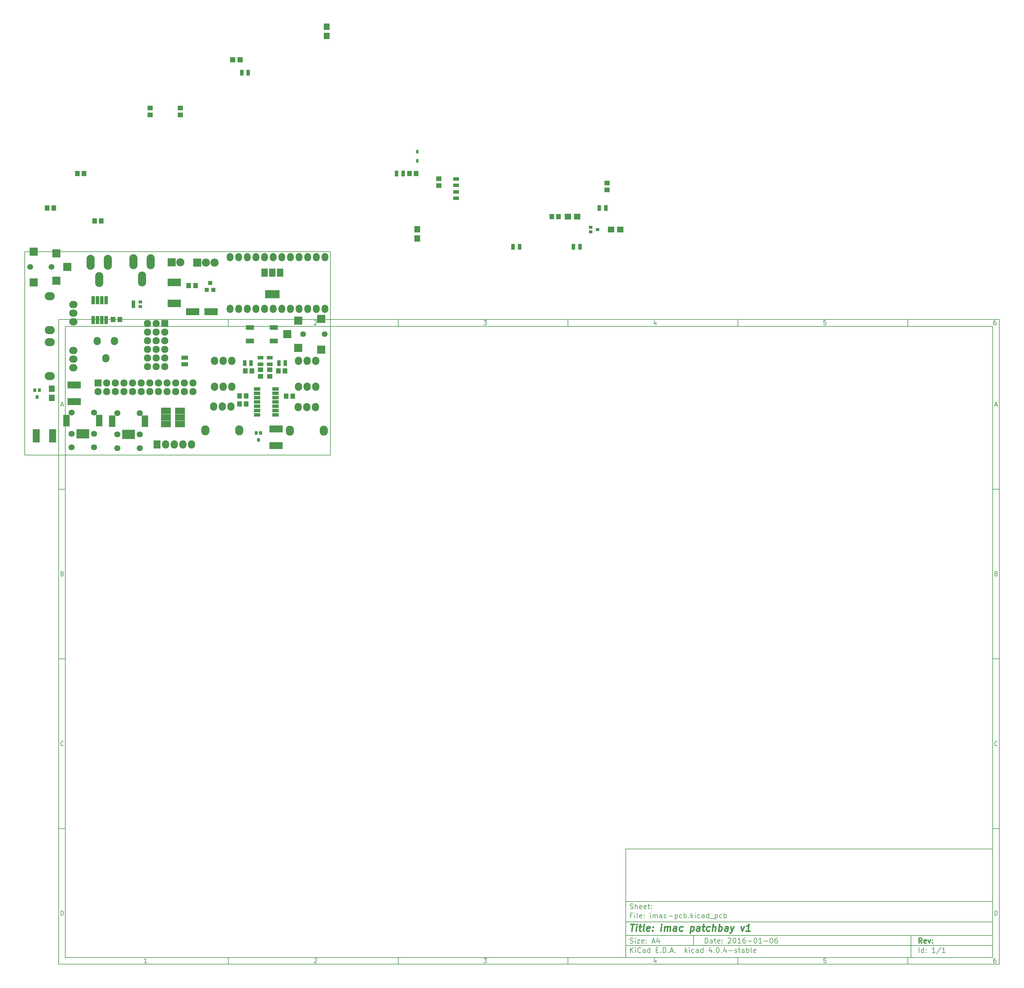
<source format=gts>
G04 #@! TF.FileFunction,Soldermask,Top*
%FSLAX46Y46*%
G04 Gerber Fmt 4.6, Leading zero omitted, Abs format (unit mm)*
G04 Created by KiCad (PCBNEW 4.0.4-stable) date 2017 January 14, Saturday 18:24:41*
%MOMM*%
%LPD*%
G01*
G04 APERTURE LIST*
%ADD10C,0.100000*%
%ADD11C,0.150000*%
%ADD12C,0.300000*%
%ADD13C,0.400000*%
%ADD14R,1.400000X1.650000*%
%ADD15R,1.650000X1.400000*%
%ADD16R,3.900000X2.000000*%
%ADD17R,1.600000X1.600000*%
%ADD18R,2.127200X2.127200*%
%ADD19O,2.127200X2.127200*%
%ADD20R,2.127200X2.432000*%
%ADD21O,2.127200X2.432000*%
%ADD22R,0.857200X1.111200*%
%ADD23R,1.200000X1.300000*%
%ADD24R,1.111200X0.857200*%
%ADD25R,2.000000X3.900000*%
%ADD26R,1.900000X1.000000*%
%ADD27R,1.060400X0.806400*%
%ADD28R,0.798780X1.149300*%
%ADD29R,0.803000X1.110000*%
%ADD30R,2.400000X2.400000*%
%ADD31C,1.700000*%
%ADD32C,1.800000*%
%ADD33R,1.900000X3.400000*%
%ADD34R,3.700000X2.700000*%
%ADD35R,2.398980X2.398980*%
%ADD36O,2.398980X2.398980*%
%ADD37R,3.900000X2.200000*%
%ADD38R,1.100000X1.700000*%
%ADD39R,1.700000X1.900000*%
%ADD40R,1.700000X1.100000*%
%ADD41R,1.900000X1.700000*%
%ADD42R,2.400000X1.400000*%
%ADD43O,2.000000X2.400000*%
%ADD44R,4.200000X2.400000*%
%ADD45R,1.900000X2.400000*%
%ADD46O,2.940000X2.400000*%
%ADD47O,2.432000X2.127200*%
%ADD48O,2.400000X2.940000*%
%ADD49O,2.400000X4.400000*%
%ADD50R,2.900000X1.900000*%
%ADD51R,1.000000X2.400000*%
G04 APERTURE END LIST*
D10*
D11*
X177002200Y-116007200D02*
X177002200Y-148007200D01*
X285002200Y-148007200D01*
X285002200Y-116007200D01*
X177002200Y-116007200D01*
D10*
D11*
X10000000Y40000000D02*
X10000000Y-150007200D01*
X287002200Y-150007200D01*
X287002200Y40000000D01*
X10000000Y40000000D01*
D10*
D11*
X12000000Y38000000D02*
X12000000Y-148007200D01*
X285002200Y-148007200D01*
X285002200Y38000000D01*
X12000000Y38000000D01*
D10*
D11*
X60000000Y38000000D02*
X60000000Y40000000D01*
D10*
D11*
X110000000Y38000000D02*
X110000000Y40000000D01*
D10*
D11*
X160000000Y38000000D02*
X160000000Y40000000D01*
D10*
D11*
X210000000Y38000000D02*
X210000000Y40000000D01*
D10*
D11*
X260000000Y38000000D02*
X260000000Y40000000D01*
D10*
D11*
X35990476Y38411905D02*
X35247619Y38411905D01*
X35619048Y38411905D02*
X35619048Y39711905D01*
X35495238Y39526190D01*
X35371429Y39402381D01*
X35247619Y39340476D01*
D10*
D11*
X85247619Y39588095D02*
X85309524Y39650000D01*
X85433333Y39711905D01*
X85742857Y39711905D01*
X85866667Y39650000D01*
X85928571Y39588095D01*
X85990476Y39464286D01*
X85990476Y39340476D01*
X85928571Y39154762D01*
X85185714Y38411905D01*
X85990476Y38411905D01*
D10*
D11*
X135185714Y39711905D02*
X135990476Y39711905D01*
X135557143Y39216667D01*
X135742857Y39216667D01*
X135866667Y39154762D01*
X135928571Y39092857D01*
X135990476Y38969048D01*
X135990476Y38659524D01*
X135928571Y38535714D01*
X135866667Y38473810D01*
X135742857Y38411905D01*
X135371429Y38411905D01*
X135247619Y38473810D01*
X135185714Y38535714D01*
D10*
D11*
X185866667Y39278571D02*
X185866667Y38411905D01*
X185557143Y39773810D02*
X185247619Y38845238D01*
X186052381Y38845238D01*
D10*
D11*
X235928571Y39711905D02*
X235309524Y39711905D01*
X235247619Y39092857D01*
X235309524Y39154762D01*
X235433333Y39216667D01*
X235742857Y39216667D01*
X235866667Y39154762D01*
X235928571Y39092857D01*
X235990476Y38969048D01*
X235990476Y38659524D01*
X235928571Y38535714D01*
X235866667Y38473810D01*
X235742857Y38411905D01*
X235433333Y38411905D01*
X235309524Y38473810D01*
X235247619Y38535714D01*
D10*
D11*
X285866667Y39711905D02*
X285619048Y39711905D01*
X285495238Y39650000D01*
X285433333Y39588095D01*
X285309524Y39402381D01*
X285247619Y39154762D01*
X285247619Y38659524D01*
X285309524Y38535714D01*
X285371429Y38473810D01*
X285495238Y38411905D01*
X285742857Y38411905D01*
X285866667Y38473810D01*
X285928571Y38535714D01*
X285990476Y38659524D01*
X285990476Y38969048D01*
X285928571Y39092857D01*
X285866667Y39154762D01*
X285742857Y39216667D01*
X285495238Y39216667D01*
X285371429Y39154762D01*
X285309524Y39092857D01*
X285247619Y38969048D01*
D10*
D11*
X60000000Y-148007200D02*
X60000000Y-150007200D01*
D10*
D11*
X110000000Y-148007200D02*
X110000000Y-150007200D01*
D10*
D11*
X160000000Y-148007200D02*
X160000000Y-150007200D01*
D10*
D11*
X210000000Y-148007200D02*
X210000000Y-150007200D01*
D10*
D11*
X260000000Y-148007200D02*
X260000000Y-150007200D01*
D10*
D11*
X35990476Y-149595295D02*
X35247619Y-149595295D01*
X35619048Y-149595295D02*
X35619048Y-148295295D01*
X35495238Y-148481010D01*
X35371429Y-148604819D01*
X35247619Y-148666724D01*
D10*
D11*
X85247619Y-148419105D02*
X85309524Y-148357200D01*
X85433333Y-148295295D01*
X85742857Y-148295295D01*
X85866667Y-148357200D01*
X85928571Y-148419105D01*
X85990476Y-148542914D01*
X85990476Y-148666724D01*
X85928571Y-148852438D01*
X85185714Y-149595295D01*
X85990476Y-149595295D01*
D10*
D11*
X135185714Y-148295295D02*
X135990476Y-148295295D01*
X135557143Y-148790533D01*
X135742857Y-148790533D01*
X135866667Y-148852438D01*
X135928571Y-148914343D01*
X135990476Y-149038152D01*
X135990476Y-149347676D01*
X135928571Y-149471486D01*
X135866667Y-149533390D01*
X135742857Y-149595295D01*
X135371429Y-149595295D01*
X135247619Y-149533390D01*
X135185714Y-149471486D01*
D10*
D11*
X185866667Y-148728629D02*
X185866667Y-149595295D01*
X185557143Y-148233390D02*
X185247619Y-149161962D01*
X186052381Y-149161962D01*
D10*
D11*
X235928571Y-148295295D02*
X235309524Y-148295295D01*
X235247619Y-148914343D01*
X235309524Y-148852438D01*
X235433333Y-148790533D01*
X235742857Y-148790533D01*
X235866667Y-148852438D01*
X235928571Y-148914343D01*
X235990476Y-149038152D01*
X235990476Y-149347676D01*
X235928571Y-149471486D01*
X235866667Y-149533390D01*
X235742857Y-149595295D01*
X235433333Y-149595295D01*
X235309524Y-149533390D01*
X235247619Y-149471486D01*
D10*
D11*
X285866667Y-148295295D02*
X285619048Y-148295295D01*
X285495238Y-148357200D01*
X285433333Y-148419105D01*
X285309524Y-148604819D01*
X285247619Y-148852438D01*
X285247619Y-149347676D01*
X285309524Y-149471486D01*
X285371429Y-149533390D01*
X285495238Y-149595295D01*
X285742857Y-149595295D01*
X285866667Y-149533390D01*
X285928571Y-149471486D01*
X285990476Y-149347676D01*
X285990476Y-149038152D01*
X285928571Y-148914343D01*
X285866667Y-148852438D01*
X285742857Y-148790533D01*
X285495238Y-148790533D01*
X285371429Y-148852438D01*
X285309524Y-148914343D01*
X285247619Y-149038152D01*
D10*
D11*
X10000000Y-10000000D02*
X12000000Y-10000000D01*
D10*
D11*
X10000000Y-60000000D02*
X12000000Y-60000000D01*
D10*
D11*
X10000000Y-110000000D02*
X12000000Y-110000000D01*
D10*
D11*
X10690476Y14783333D02*
X11309524Y14783333D01*
X10566667Y14411905D02*
X11000000Y15711905D01*
X11433333Y14411905D01*
D10*
D11*
X11092857Y-34907143D02*
X11278571Y-34969048D01*
X11340476Y-35030952D01*
X11402381Y-35154762D01*
X11402381Y-35340476D01*
X11340476Y-35464286D01*
X11278571Y-35526190D01*
X11154762Y-35588095D01*
X10659524Y-35588095D01*
X10659524Y-34288095D01*
X11092857Y-34288095D01*
X11216667Y-34350000D01*
X11278571Y-34411905D01*
X11340476Y-34535714D01*
X11340476Y-34659524D01*
X11278571Y-34783333D01*
X11216667Y-34845238D01*
X11092857Y-34907143D01*
X10659524Y-34907143D01*
D10*
D11*
X11402381Y-85464286D02*
X11340476Y-85526190D01*
X11154762Y-85588095D01*
X11030952Y-85588095D01*
X10845238Y-85526190D01*
X10721429Y-85402381D01*
X10659524Y-85278571D01*
X10597619Y-85030952D01*
X10597619Y-84845238D01*
X10659524Y-84597619D01*
X10721429Y-84473810D01*
X10845238Y-84350000D01*
X11030952Y-84288095D01*
X11154762Y-84288095D01*
X11340476Y-84350000D01*
X11402381Y-84411905D01*
D10*
D11*
X10659524Y-135588095D02*
X10659524Y-134288095D01*
X10969048Y-134288095D01*
X11154762Y-134350000D01*
X11278571Y-134473810D01*
X11340476Y-134597619D01*
X11402381Y-134845238D01*
X11402381Y-135030952D01*
X11340476Y-135278571D01*
X11278571Y-135402381D01*
X11154762Y-135526190D01*
X10969048Y-135588095D01*
X10659524Y-135588095D01*
D10*
D11*
X287002200Y-10000000D02*
X285002200Y-10000000D01*
D10*
D11*
X287002200Y-60000000D02*
X285002200Y-60000000D01*
D10*
D11*
X287002200Y-110000000D02*
X285002200Y-110000000D01*
D10*
D11*
X285692676Y14783333D02*
X286311724Y14783333D01*
X285568867Y14411905D02*
X286002200Y15711905D01*
X286435533Y14411905D01*
D10*
D11*
X286095057Y-34907143D02*
X286280771Y-34969048D01*
X286342676Y-35030952D01*
X286404581Y-35154762D01*
X286404581Y-35340476D01*
X286342676Y-35464286D01*
X286280771Y-35526190D01*
X286156962Y-35588095D01*
X285661724Y-35588095D01*
X285661724Y-34288095D01*
X286095057Y-34288095D01*
X286218867Y-34350000D01*
X286280771Y-34411905D01*
X286342676Y-34535714D01*
X286342676Y-34659524D01*
X286280771Y-34783333D01*
X286218867Y-34845238D01*
X286095057Y-34907143D01*
X285661724Y-34907143D01*
D10*
D11*
X286404581Y-85464286D02*
X286342676Y-85526190D01*
X286156962Y-85588095D01*
X286033152Y-85588095D01*
X285847438Y-85526190D01*
X285723629Y-85402381D01*
X285661724Y-85278571D01*
X285599819Y-85030952D01*
X285599819Y-84845238D01*
X285661724Y-84597619D01*
X285723629Y-84473810D01*
X285847438Y-84350000D01*
X286033152Y-84288095D01*
X286156962Y-84288095D01*
X286342676Y-84350000D01*
X286404581Y-84411905D01*
D10*
D11*
X285661724Y-135588095D02*
X285661724Y-134288095D01*
X285971248Y-134288095D01*
X286156962Y-134350000D01*
X286280771Y-134473810D01*
X286342676Y-134597619D01*
X286404581Y-134845238D01*
X286404581Y-135030952D01*
X286342676Y-135278571D01*
X286280771Y-135402381D01*
X286156962Y-135526190D01*
X285971248Y-135588095D01*
X285661724Y-135588095D01*
D10*
D11*
X200359343Y-143785771D02*
X200359343Y-142285771D01*
X200716486Y-142285771D01*
X200930771Y-142357200D01*
X201073629Y-142500057D01*
X201145057Y-142642914D01*
X201216486Y-142928629D01*
X201216486Y-143142914D01*
X201145057Y-143428629D01*
X201073629Y-143571486D01*
X200930771Y-143714343D01*
X200716486Y-143785771D01*
X200359343Y-143785771D01*
X202502200Y-143785771D02*
X202502200Y-143000057D01*
X202430771Y-142857200D01*
X202287914Y-142785771D01*
X202002200Y-142785771D01*
X201859343Y-142857200D01*
X202502200Y-143714343D02*
X202359343Y-143785771D01*
X202002200Y-143785771D01*
X201859343Y-143714343D01*
X201787914Y-143571486D01*
X201787914Y-143428629D01*
X201859343Y-143285771D01*
X202002200Y-143214343D01*
X202359343Y-143214343D01*
X202502200Y-143142914D01*
X203002200Y-142785771D02*
X203573629Y-142785771D01*
X203216486Y-142285771D02*
X203216486Y-143571486D01*
X203287914Y-143714343D01*
X203430772Y-143785771D01*
X203573629Y-143785771D01*
X204645057Y-143714343D02*
X204502200Y-143785771D01*
X204216486Y-143785771D01*
X204073629Y-143714343D01*
X204002200Y-143571486D01*
X204002200Y-143000057D01*
X204073629Y-142857200D01*
X204216486Y-142785771D01*
X204502200Y-142785771D01*
X204645057Y-142857200D01*
X204716486Y-143000057D01*
X204716486Y-143142914D01*
X204002200Y-143285771D01*
X205359343Y-143642914D02*
X205430771Y-143714343D01*
X205359343Y-143785771D01*
X205287914Y-143714343D01*
X205359343Y-143642914D01*
X205359343Y-143785771D01*
X205359343Y-142857200D02*
X205430771Y-142928629D01*
X205359343Y-143000057D01*
X205287914Y-142928629D01*
X205359343Y-142857200D01*
X205359343Y-143000057D01*
X207145057Y-142428629D02*
X207216486Y-142357200D01*
X207359343Y-142285771D01*
X207716486Y-142285771D01*
X207859343Y-142357200D01*
X207930772Y-142428629D01*
X208002200Y-142571486D01*
X208002200Y-142714343D01*
X207930772Y-142928629D01*
X207073629Y-143785771D01*
X208002200Y-143785771D01*
X208930771Y-142285771D02*
X209073628Y-142285771D01*
X209216485Y-142357200D01*
X209287914Y-142428629D01*
X209359343Y-142571486D01*
X209430771Y-142857200D01*
X209430771Y-143214343D01*
X209359343Y-143500057D01*
X209287914Y-143642914D01*
X209216485Y-143714343D01*
X209073628Y-143785771D01*
X208930771Y-143785771D01*
X208787914Y-143714343D01*
X208716485Y-143642914D01*
X208645057Y-143500057D01*
X208573628Y-143214343D01*
X208573628Y-142857200D01*
X208645057Y-142571486D01*
X208716485Y-142428629D01*
X208787914Y-142357200D01*
X208930771Y-142285771D01*
X210859342Y-143785771D02*
X210002199Y-143785771D01*
X210430771Y-143785771D02*
X210430771Y-142285771D01*
X210287914Y-142500057D01*
X210145056Y-142642914D01*
X210002199Y-142714343D01*
X212145056Y-142285771D02*
X211859342Y-142285771D01*
X211716485Y-142357200D01*
X211645056Y-142428629D01*
X211502199Y-142642914D01*
X211430770Y-142928629D01*
X211430770Y-143500057D01*
X211502199Y-143642914D01*
X211573627Y-143714343D01*
X211716485Y-143785771D01*
X212002199Y-143785771D01*
X212145056Y-143714343D01*
X212216485Y-143642914D01*
X212287913Y-143500057D01*
X212287913Y-143142914D01*
X212216485Y-143000057D01*
X212145056Y-142928629D01*
X212002199Y-142857200D01*
X211716485Y-142857200D01*
X211573627Y-142928629D01*
X211502199Y-143000057D01*
X211430770Y-143142914D01*
X212930770Y-143214343D02*
X214073627Y-143214343D01*
X215073627Y-142285771D02*
X215216484Y-142285771D01*
X215359341Y-142357200D01*
X215430770Y-142428629D01*
X215502199Y-142571486D01*
X215573627Y-142857200D01*
X215573627Y-143214343D01*
X215502199Y-143500057D01*
X215430770Y-143642914D01*
X215359341Y-143714343D01*
X215216484Y-143785771D01*
X215073627Y-143785771D01*
X214930770Y-143714343D01*
X214859341Y-143642914D01*
X214787913Y-143500057D01*
X214716484Y-143214343D01*
X214716484Y-142857200D01*
X214787913Y-142571486D01*
X214859341Y-142428629D01*
X214930770Y-142357200D01*
X215073627Y-142285771D01*
X217002198Y-143785771D02*
X216145055Y-143785771D01*
X216573627Y-143785771D02*
X216573627Y-142285771D01*
X216430770Y-142500057D01*
X216287912Y-142642914D01*
X216145055Y-142714343D01*
X217645055Y-143214343D02*
X218787912Y-143214343D01*
X219787912Y-142285771D02*
X219930769Y-142285771D01*
X220073626Y-142357200D01*
X220145055Y-142428629D01*
X220216484Y-142571486D01*
X220287912Y-142857200D01*
X220287912Y-143214343D01*
X220216484Y-143500057D01*
X220145055Y-143642914D01*
X220073626Y-143714343D01*
X219930769Y-143785771D01*
X219787912Y-143785771D01*
X219645055Y-143714343D01*
X219573626Y-143642914D01*
X219502198Y-143500057D01*
X219430769Y-143214343D01*
X219430769Y-142857200D01*
X219502198Y-142571486D01*
X219573626Y-142428629D01*
X219645055Y-142357200D01*
X219787912Y-142285771D01*
X221573626Y-142285771D02*
X221287912Y-142285771D01*
X221145055Y-142357200D01*
X221073626Y-142428629D01*
X220930769Y-142642914D01*
X220859340Y-142928629D01*
X220859340Y-143500057D01*
X220930769Y-143642914D01*
X221002197Y-143714343D01*
X221145055Y-143785771D01*
X221430769Y-143785771D01*
X221573626Y-143714343D01*
X221645055Y-143642914D01*
X221716483Y-143500057D01*
X221716483Y-143142914D01*
X221645055Y-143000057D01*
X221573626Y-142928629D01*
X221430769Y-142857200D01*
X221145055Y-142857200D01*
X221002197Y-142928629D01*
X220930769Y-143000057D01*
X220859340Y-143142914D01*
D10*
D11*
X177002200Y-144507200D02*
X285002200Y-144507200D01*
D10*
D11*
X178359343Y-146585771D02*
X178359343Y-145085771D01*
X179216486Y-146585771D02*
X178573629Y-145728629D01*
X179216486Y-145085771D02*
X178359343Y-145942914D01*
X179859343Y-146585771D02*
X179859343Y-145585771D01*
X179859343Y-145085771D02*
X179787914Y-145157200D01*
X179859343Y-145228629D01*
X179930771Y-145157200D01*
X179859343Y-145085771D01*
X179859343Y-145228629D01*
X181430772Y-146442914D02*
X181359343Y-146514343D01*
X181145057Y-146585771D01*
X181002200Y-146585771D01*
X180787915Y-146514343D01*
X180645057Y-146371486D01*
X180573629Y-146228629D01*
X180502200Y-145942914D01*
X180502200Y-145728629D01*
X180573629Y-145442914D01*
X180645057Y-145300057D01*
X180787915Y-145157200D01*
X181002200Y-145085771D01*
X181145057Y-145085771D01*
X181359343Y-145157200D01*
X181430772Y-145228629D01*
X182716486Y-146585771D02*
X182716486Y-145800057D01*
X182645057Y-145657200D01*
X182502200Y-145585771D01*
X182216486Y-145585771D01*
X182073629Y-145657200D01*
X182716486Y-146514343D02*
X182573629Y-146585771D01*
X182216486Y-146585771D01*
X182073629Y-146514343D01*
X182002200Y-146371486D01*
X182002200Y-146228629D01*
X182073629Y-146085771D01*
X182216486Y-146014343D01*
X182573629Y-146014343D01*
X182716486Y-145942914D01*
X184073629Y-146585771D02*
X184073629Y-145085771D01*
X184073629Y-146514343D02*
X183930772Y-146585771D01*
X183645058Y-146585771D01*
X183502200Y-146514343D01*
X183430772Y-146442914D01*
X183359343Y-146300057D01*
X183359343Y-145871486D01*
X183430772Y-145728629D01*
X183502200Y-145657200D01*
X183645058Y-145585771D01*
X183930772Y-145585771D01*
X184073629Y-145657200D01*
X185930772Y-145800057D02*
X186430772Y-145800057D01*
X186645058Y-146585771D02*
X185930772Y-146585771D01*
X185930772Y-145085771D01*
X186645058Y-145085771D01*
X187287915Y-146442914D02*
X187359343Y-146514343D01*
X187287915Y-146585771D01*
X187216486Y-146514343D01*
X187287915Y-146442914D01*
X187287915Y-146585771D01*
X188002201Y-146585771D02*
X188002201Y-145085771D01*
X188359344Y-145085771D01*
X188573629Y-145157200D01*
X188716487Y-145300057D01*
X188787915Y-145442914D01*
X188859344Y-145728629D01*
X188859344Y-145942914D01*
X188787915Y-146228629D01*
X188716487Y-146371486D01*
X188573629Y-146514343D01*
X188359344Y-146585771D01*
X188002201Y-146585771D01*
X189502201Y-146442914D02*
X189573629Y-146514343D01*
X189502201Y-146585771D01*
X189430772Y-146514343D01*
X189502201Y-146442914D01*
X189502201Y-146585771D01*
X190145058Y-146157200D02*
X190859344Y-146157200D01*
X190002201Y-146585771D02*
X190502201Y-145085771D01*
X191002201Y-146585771D01*
X191502201Y-146442914D02*
X191573629Y-146514343D01*
X191502201Y-146585771D01*
X191430772Y-146514343D01*
X191502201Y-146442914D01*
X191502201Y-146585771D01*
X194502201Y-146585771D02*
X194502201Y-145085771D01*
X194645058Y-146014343D02*
X195073629Y-146585771D01*
X195073629Y-145585771D02*
X194502201Y-146157200D01*
X195716487Y-146585771D02*
X195716487Y-145585771D01*
X195716487Y-145085771D02*
X195645058Y-145157200D01*
X195716487Y-145228629D01*
X195787915Y-145157200D01*
X195716487Y-145085771D01*
X195716487Y-145228629D01*
X197073630Y-146514343D02*
X196930773Y-146585771D01*
X196645059Y-146585771D01*
X196502201Y-146514343D01*
X196430773Y-146442914D01*
X196359344Y-146300057D01*
X196359344Y-145871486D01*
X196430773Y-145728629D01*
X196502201Y-145657200D01*
X196645059Y-145585771D01*
X196930773Y-145585771D01*
X197073630Y-145657200D01*
X198359344Y-146585771D02*
X198359344Y-145800057D01*
X198287915Y-145657200D01*
X198145058Y-145585771D01*
X197859344Y-145585771D01*
X197716487Y-145657200D01*
X198359344Y-146514343D02*
X198216487Y-146585771D01*
X197859344Y-146585771D01*
X197716487Y-146514343D01*
X197645058Y-146371486D01*
X197645058Y-146228629D01*
X197716487Y-146085771D01*
X197859344Y-146014343D01*
X198216487Y-146014343D01*
X198359344Y-145942914D01*
X199716487Y-146585771D02*
X199716487Y-145085771D01*
X199716487Y-146514343D02*
X199573630Y-146585771D01*
X199287916Y-146585771D01*
X199145058Y-146514343D01*
X199073630Y-146442914D01*
X199002201Y-146300057D01*
X199002201Y-145871486D01*
X199073630Y-145728629D01*
X199145058Y-145657200D01*
X199287916Y-145585771D01*
X199573630Y-145585771D01*
X199716487Y-145657200D01*
X202216487Y-145585771D02*
X202216487Y-146585771D01*
X201859344Y-145014343D02*
X201502201Y-146085771D01*
X202430773Y-146085771D01*
X203002201Y-146442914D02*
X203073629Y-146514343D01*
X203002201Y-146585771D01*
X202930772Y-146514343D01*
X203002201Y-146442914D01*
X203002201Y-146585771D01*
X204002201Y-145085771D02*
X204145058Y-145085771D01*
X204287915Y-145157200D01*
X204359344Y-145228629D01*
X204430773Y-145371486D01*
X204502201Y-145657200D01*
X204502201Y-146014343D01*
X204430773Y-146300057D01*
X204359344Y-146442914D01*
X204287915Y-146514343D01*
X204145058Y-146585771D01*
X204002201Y-146585771D01*
X203859344Y-146514343D01*
X203787915Y-146442914D01*
X203716487Y-146300057D01*
X203645058Y-146014343D01*
X203645058Y-145657200D01*
X203716487Y-145371486D01*
X203787915Y-145228629D01*
X203859344Y-145157200D01*
X204002201Y-145085771D01*
X205145058Y-146442914D02*
X205216486Y-146514343D01*
X205145058Y-146585771D01*
X205073629Y-146514343D01*
X205145058Y-146442914D01*
X205145058Y-146585771D01*
X206502201Y-145585771D02*
X206502201Y-146585771D01*
X206145058Y-145014343D02*
X205787915Y-146085771D01*
X206716487Y-146085771D01*
X207287915Y-146014343D02*
X208430772Y-146014343D01*
X209073629Y-146514343D02*
X209216486Y-146585771D01*
X209502201Y-146585771D01*
X209645058Y-146514343D01*
X209716486Y-146371486D01*
X209716486Y-146300057D01*
X209645058Y-146157200D01*
X209502201Y-146085771D01*
X209287915Y-146085771D01*
X209145058Y-146014343D01*
X209073629Y-145871486D01*
X209073629Y-145800057D01*
X209145058Y-145657200D01*
X209287915Y-145585771D01*
X209502201Y-145585771D01*
X209645058Y-145657200D01*
X210145058Y-145585771D02*
X210716487Y-145585771D01*
X210359344Y-145085771D02*
X210359344Y-146371486D01*
X210430772Y-146514343D01*
X210573630Y-146585771D01*
X210716487Y-146585771D01*
X211859344Y-146585771D02*
X211859344Y-145800057D01*
X211787915Y-145657200D01*
X211645058Y-145585771D01*
X211359344Y-145585771D01*
X211216487Y-145657200D01*
X211859344Y-146514343D02*
X211716487Y-146585771D01*
X211359344Y-146585771D01*
X211216487Y-146514343D01*
X211145058Y-146371486D01*
X211145058Y-146228629D01*
X211216487Y-146085771D01*
X211359344Y-146014343D01*
X211716487Y-146014343D01*
X211859344Y-145942914D01*
X212573630Y-146585771D02*
X212573630Y-145085771D01*
X212573630Y-145657200D02*
X212716487Y-145585771D01*
X213002201Y-145585771D01*
X213145058Y-145657200D01*
X213216487Y-145728629D01*
X213287916Y-145871486D01*
X213287916Y-146300057D01*
X213216487Y-146442914D01*
X213145058Y-146514343D01*
X213002201Y-146585771D01*
X212716487Y-146585771D01*
X212573630Y-146514343D01*
X214145059Y-146585771D02*
X214002201Y-146514343D01*
X213930773Y-146371486D01*
X213930773Y-145085771D01*
X215287915Y-146514343D02*
X215145058Y-146585771D01*
X214859344Y-146585771D01*
X214716487Y-146514343D01*
X214645058Y-146371486D01*
X214645058Y-145800057D01*
X214716487Y-145657200D01*
X214859344Y-145585771D01*
X215145058Y-145585771D01*
X215287915Y-145657200D01*
X215359344Y-145800057D01*
X215359344Y-145942914D01*
X214645058Y-146085771D01*
D10*
D11*
X177002200Y-141507200D02*
X285002200Y-141507200D01*
D10*
D12*
X264216486Y-143785771D02*
X263716486Y-143071486D01*
X263359343Y-143785771D02*
X263359343Y-142285771D01*
X263930771Y-142285771D01*
X264073629Y-142357200D01*
X264145057Y-142428629D01*
X264216486Y-142571486D01*
X264216486Y-142785771D01*
X264145057Y-142928629D01*
X264073629Y-143000057D01*
X263930771Y-143071486D01*
X263359343Y-143071486D01*
X265430771Y-143714343D02*
X265287914Y-143785771D01*
X265002200Y-143785771D01*
X264859343Y-143714343D01*
X264787914Y-143571486D01*
X264787914Y-143000057D01*
X264859343Y-142857200D01*
X265002200Y-142785771D01*
X265287914Y-142785771D01*
X265430771Y-142857200D01*
X265502200Y-143000057D01*
X265502200Y-143142914D01*
X264787914Y-143285771D01*
X266002200Y-142785771D02*
X266359343Y-143785771D01*
X266716485Y-142785771D01*
X267287914Y-143642914D02*
X267359342Y-143714343D01*
X267287914Y-143785771D01*
X267216485Y-143714343D01*
X267287914Y-143642914D01*
X267287914Y-143785771D01*
X267287914Y-142857200D02*
X267359342Y-142928629D01*
X267287914Y-143000057D01*
X267216485Y-142928629D01*
X267287914Y-142857200D01*
X267287914Y-143000057D01*
D10*
D11*
X178287914Y-143714343D02*
X178502200Y-143785771D01*
X178859343Y-143785771D01*
X179002200Y-143714343D01*
X179073629Y-143642914D01*
X179145057Y-143500057D01*
X179145057Y-143357200D01*
X179073629Y-143214343D01*
X179002200Y-143142914D01*
X178859343Y-143071486D01*
X178573629Y-143000057D01*
X178430771Y-142928629D01*
X178359343Y-142857200D01*
X178287914Y-142714343D01*
X178287914Y-142571486D01*
X178359343Y-142428629D01*
X178430771Y-142357200D01*
X178573629Y-142285771D01*
X178930771Y-142285771D01*
X179145057Y-142357200D01*
X179787914Y-143785771D02*
X179787914Y-142785771D01*
X179787914Y-142285771D02*
X179716485Y-142357200D01*
X179787914Y-142428629D01*
X179859342Y-142357200D01*
X179787914Y-142285771D01*
X179787914Y-142428629D01*
X180359343Y-142785771D02*
X181145057Y-142785771D01*
X180359343Y-143785771D01*
X181145057Y-143785771D01*
X182287914Y-143714343D02*
X182145057Y-143785771D01*
X181859343Y-143785771D01*
X181716486Y-143714343D01*
X181645057Y-143571486D01*
X181645057Y-143000057D01*
X181716486Y-142857200D01*
X181859343Y-142785771D01*
X182145057Y-142785771D01*
X182287914Y-142857200D01*
X182359343Y-143000057D01*
X182359343Y-143142914D01*
X181645057Y-143285771D01*
X183002200Y-143642914D02*
X183073628Y-143714343D01*
X183002200Y-143785771D01*
X182930771Y-143714343D01*
X183002200Y-143642914D01*
X183002200Y-143785771D01*
X183002200Y-142857200D02*
X183073628Y-142928629D01*
X183002200Y-143000057D01*
X182930771Y-142928629D01*
X183002200Y-142857200D01*
X183002200Y-143000057D01*
X184787914Y-143357200D02*
X185502200Y-143357200D01*
X184645057Y-143785771D02*
X185145057Y-142285771D01*
X185645057Y-143785771D01*
X186787914Y-142785771D02*
X186787914Y-143785771D01*
X186430771Y-142214343D02*
X186073628Y-143285771D01*
X187002200Y-143285771D01*
D10*
D11*
X263359343Y-146585771D02*
X263359343Y-145085771D01*
X264716486Y-146585771D02*
X264716486Y-145085771D01*
X264716486Y-146514343D02*
X264573629Y-146585771D01*
X264287915Y-146585771D01*
X264145057Y-146514343D01*
X264073629Y-146442914D01*
X264002200Y-146300057D01*
X264002200Y-145871486D01*
X264073629Y-145728629D01*
X264145057Y-145657200D01*
X264287915Y-145585771D01*
X264573629Y-145585771D01*
X264716486Y-145657200D01*
X265430772Y-146442914D02*
X265502200Y-146514343D01*
X265430772Y-146585771D01*
X265359343Y-146514343D01*
X265430772Y-146442914D01*
X265430772Y-146585771D01*
X265430772Y-145657200D02*
X265502200Y-145728629D01*
X265430772Y-145800057D01*
X265359343Y-145728629D01*
X265430772Y-145657200D01*
X265430772Y-145800057D01*
X268073629Y-146585771D02*
X267216486Y-146585771D01*
X267645058Y-146585771D02*
X267645058Y-145085771D01*
X267502201Y-145300057D01*
X267359343Y-145442914D01*
X267216486Y-145514343D01*
X269787914Y-145014343D02*
X268502200Y-146942914D01*
X271073629Y-146585771D02*
X270216486Y-146585771D01*
X270645058Y-146585771D02*
X270645058Y-145085771D01*
X270502201Y-145300057D01*
X270359343Y-145442914D01*
X270216486Y-145514343D01*
D10*
D11*
X177002200Y-137507200D02*
X285002200Y-137507200D01*
D10*
D13*
X178454581Y-138211962D02*
X179597438Y-138211962D01*
X178776010Y-140211962D02*
X179026010Y-138211962D01*
X180014105Y-140211962D02*
X180180771Y-138878629D01*
X180264105Y-138211962D02*
X180156962Y-138307200D01*
X180240295Y-138402438D01*
X180347439Y-138307200D01*
X180264105Y-138211962D01*
X180240295Y-138402438D01*
X180847438Y-138878629D02*
X181609343Y-138878629D01*
X181216486Y-138211962D02*
X181002200Y-139926248D01*
X181073630Y-140116724D01*
X181252201Y-140211962D01*
X181442677Y-140211962D01*
X182395058Y-140211962D02*
X182216487Y-140116724D01*
X182145057Y-139926248D01*
X182359343Y-138211962D01*
X183930772Y-140116724D02*
X183728391Y-140211962D01*
X183347439Y-140211962D01*
X183168867Y-140116724D01*
X183097438Y-139926248D01*
X183192676Y-139164343D01*
X183311724Y-138973867D01*
X183514105Y-138878629D01*
X183895057Y-138878629D01*
X184073629Y-138973867D01*
X184145057Y-139164343D01*
X184121248Y-139354819D01*
X183145057Y-139545295D01*
X184895057Y-140021486D02*
X184978392Y-140116724D01*
X184871248Y-140211962D01*
X184787915Y-140116724D01*
X184895057Y-140021486D01*
X184871248Y-140211962D01*
X185026010Y-138973867D02*
X185109344Y-139069105D01*
X185002200Y-139164343D01*
X184918867Y-139069105D01*
X185026010Y-138973867D01*
X185002200Y-139164343D01*
X187347439Y-140211962D02*
X187514105Y-138878629D01*
X187597439Y-138211962D02*
X187490296Y-138307200D01*
X187573629Y-138402438D01*
X187680773Y-138307200D01*
X187597439Y-138211962D01*
X187573629Y-138402438D01*
X188299820Y-140211962D02*
X188466486Y-138878629D01*
X188442677Y-139069105D02*
X188549821Y-138973867D01*
X188752201Y-138878629D01*
X189037915Y-138878629D01*
X189216487Y-138973867D01*
X189287915Y-139164343D01*
X189156963Y-140211962D01*
X189287915Y-139164343D02*
X189406963Y-138973867D01*
X189609344Y-138878629D01*
X189895058Y-138878629D01*
X190073630Y-138973867D01*
X190145058Y-139164343D01*
X190014106Y-140211962D01*
X191823630Y-140211962D02*
X191954582Y-139164343D01*
X191883154Y-138973867D01*
X191704582Y-138878629D01*
X191323630Y-138878629D01*
X191121249Y-138973867D01*
X191835535Y-140116724D02*
X191633154Y-140211962D01*
X191156964Y-140211962D01*
X190978392Y-140116724D01*
X190906963Y-139926248D01*
X190930773Y-139735771D01*
X191049820Y-139545295D01*
X191252202Y-139450057D01*
X191728392Y-139450057D01*
X191930773Y-139354819D01*
X193645059Y-140116724D02*
X193442678Y-140211962D01*
X193061726Y-140211962D01*
X192883155Y-140116724D01*
X192799820Y-140021486D01*
X192728392Y-139831010D01*
X192799820Y-139259581D01*
X192918868Y-139069105D01*
X193026012Y-138973867D01*
X193228392Y-138878629D01*
X193609344Y-138878629D01*
X193787916Y-138973867D01*
X196180773Y-138878629D02*
X195930773Y-140878629D01*
X196168869Y-138973867D02*
X196371250Y-138878629D01*
X196752202Y-138878629D01*
X196930774Y-138973867D01*
X197014107Y-139069105D01*
X197085535Y-139259581D01*
X197014107Y-139831010D01*
X196895059Y-140021486D01*
X196787917Y-140116724D01*
X196585536Y-140211962D01*
X196204584Y-140211962D01*
X196026012Y-140116724D01*
X198680774Y-140211962D02*
X198811726Y-139164343D01*
X198740298Y-138973867D01*
X198561726Y-138878629D01*
X198180774Y-138878629D01*
X197978393Y-138973867D01*
X198692679Y-140116724D02*
X198490298Y-140211962D01*
X198014108Y-140211962D01*
X197835536Y-140116724D01*
X197764107Y-139926248D01*
X197787917Y-139735771D01*
X197906964Y-139545295D01*
X198109346Y-139450057D01*
X198585536Y-139450057D01*
X198787917Y-139354819D01*
X199514107Y-138878629D02*
X200276012Y-138878629D01*
X199883155Y-138211962D02*
X199668869Y-139926248D01*
X199740299Y-140116724D01*
X199918870Y-140211962D01*
X200109346Y-140211962D01*
X201645060Y-140116724D02*
X201442679Y-140211962D01*
X201061727Y-140211962D01*
X200883156Y-140116724D01*
X200799821Y-140021486D01*
X200728393Y-139831010D01*
X200799821Y-139259581D01*
X200918869Y-139069105D01*
X201026013Y-138973867D01*
X201228393Y-138878629D01*
X201609345Y-138878629D01*
X201787917Y-138973867D01*
X202490298Y-140211962D02*
X202740298Y-138211962D01*
X203347441Y-140211962D02*
X203478393Y-139164343D01*
X203406965Y-138973867D01*
X203228393Y-138878629D01*
X202942679Y-138878629D01*
X202740299Y-138973867D01*
X202633155Y-139069105D01*
X204299822Y-140211962D02*
X204549822Y-138211962D01*
X204454584Y-138973867D02*
X204656965Y-138878629D01*
X205037917Y-138878629D01*
X205216489Y-138973867D01*
X205299822Y-139069105D01*
X205371250Y-139259581D01*
X205299822Y-139831010D01*
X205180774Y-140021486D01*
X205073632Y-140116724D01*
X204871251Y-140211962D01*
X204490299Y-140211962D01*
X204311727Y-140116724D01*
X206966489Y-140211962D02*
X207097441Y-139164343D01*
X207026013Y-138973867D01*
X206847441Y-138878629D01*
X206466489Y-138878629D01*
X206264108Y-138973867D01*
X206978394Y-140116724D02*
X206776013Y-140211962D01*
X206299823Y-140211962D01*
X206121251Y-140116724D01*
X206049822Y-139926248D01*
X206073632Y-139735771D01*
X206192679Y-139545295D01*
X206395061Y-139450057D01*
X206871251Y-139450057D01*
X207073632Y-139354819D01*
X207895060Y-138878629D02*
X208204585Y-140211962D01*
X208847441Y-138878629D02*
X208204585Y-140211962D01*
X207954585Y-140688152D01*
X207847441Y-140783390D01*
X207645060Y-140878629D01*
X210942680Y-138878629D02*
X211252205Y-140211962D01*
X211895061Y-138878629D01*
X213537920Y-140211962D02*
X212395062Y-140211962D01*
X212966491Y-140211962D02*
X213216491Y-138211962D01*
X212990301Y-138497676D01*
X212776015Y-138688152D01*
X212573633Y-138783390D01*
D10*
D11*
X178859343Y-135600057D02*
X178359343Y-135600057D01*
X178359343Y-136385771D02*
X178359343Y-134885771D01*
X179073629Y-134885771D01*
X179645057Y-136385771D02*
X179645057Y-135385771D01*
X179645057Y-134885771D02*
X179573628Y-134957200D01*
X179645057Y-135028629D01*
X179716485Y-134957200D01*
X179645057Y-134885771D01*
X179645057Y-135028629D01*
X180573629Y-136385771D02*
X180430771Y-136314343D01*
X180359343Y-136171486D01*
X180359343Y-134885771D01*
X181716485Y-136314343D02*
X181573628Y-136385771D01*
X181287914Y-136385771D01*
X181145057Y-136314343D01*
X181073628Y-136171486D01*
X181073628Y-135600057D01*
X181145057Y-135457200D01*
X181287914Y-135385771D01*
X181573628Y-135385771D01*
X181716485Y-135457200D01*
X181787914Y-135600057D01*
X181787914Y-135742914D01*
X181073628Y-135885771D01*
X182430771Y-136242914D02*
X182502199Y-136314343D01*
X182430771Y-136385771D01*
X182359342Y-136314343D01*
X182430771Y-136242914D01*
X182430771Y-136385771D01*
X182430771Y-135457200D02*
X182502199Y-135528629D01*
X182430771Y-135600057D01*
X182359342Y-135528629D01*
X182430771Y-135457200D01*
X182430771Y-135600057D01*
X184287914Y-136385771D02*
X184287914Y-135385771D01*
X184287914Y-134885771D02*
X184216485Y-134957200D01*
X184287914Y-135028629D01*
X184359342Y-134957200D01*
X184287914Y-134885771D01*
X184287914Y-135028629D01*
X185002200Y-136385771D02*
X185002200Y-135385771D01*
X185002200Y-135528629D02*
X185073628Y-135457200D01*
X185216486Y-135385771D01*
X185430771Y-135385771D01*
X185573628Y-135457200D01*
X185645057Y-135600057D01*
X185645057Y-136385771D01*
X185645057Y-135600057D02*
X185716486Y-135457200D01*
X185859343Y-135385771D01*
X186073628Y-135385771D01*
X186216486Y-135457200D01*
X186287914Y-135600057D01*
X186287914Y-136385771D01*
X187645057Y-136385771D02*
X187645057Y-135600057D01*
X187573628Y-135457200D01*
X187430771Y-135385771D01*
X187145057Y-135385771D01*
X187002200Y-135457200D01*
X187645057Y-136314343D02*
X187502200Y-136385771D01*
X187145057Y-136385771D01*
X187002200Y-136314343D01*
X186930771Y-136171486D01*
X186930771Y-136028629D01*
X187002200Y-135885771D01*
X187145057Y-135814343D01*
X187502200Y-135814343D01*
X187645057Y-135742914D01*
X189002200Y-136314343D02*
X188859343Y-136385771D01*
X188573629Y-136385771D01*
X188430771Y-136314343D01*
X188359343Y-136242914D01*
X188287914Y-136100057D01*
X188287914Y-135671486D01*
X188359343Y-135528629D01*
X188430771Y-135457200D01*
X188573629Y-135385771D01*
X188859343Y-135385771D01*
X189002200Y-135457200D01*
X189645057Y-135814343D02*
X190787914Y-135814343D01*
X191502200Y-135385771D02*
X191502200Y-136885771D01*
X191502200Y-135457200D02*
X191645057Y-135385771D01*
X191930771Y-135385771D01*
X192073628Y-135457200D01*
X192145057Y-135528629D01*
X192216486Y-135671486D01*
X192216486Y-136100057D01*
X192145057Y-136242914D01*
X192073628Y-136314343D01*
X191930771Y-136385771D01*
X191645057Y-136385771D01*
X191502200Y-136314343D01*
X193502200Y-136314343D02*
X193359343Y-136385771D01*
X193073629Y-136385771D01*
X192930771Y-136314343D01*
X192859343Y-136242914D01*
X192787914Y-136100057D01*
X192787914Y-135671486D01*
X192859343Y-135528629D01*
X192930771Y-135457200D01*
X193073629Y-135385771D01*
X193359343Y-135385771D01*
X193502200Y-135457200D01*
X194145057Y-136385771D02*
X194145057Y-134885771D01*
X194145057Y-135457200D02*
X194287914Y-135385771D01*
X194573628Y-135385771D01*
X194716485Y-135457200D01*
X194787914Y-135528629D01*
X194859343Y-135671486D01*
X194859343Y-136100057D01*
X194787914Y-136242914D01*
X194716485Y-136314343D01*
X194573628Y-136385771D01*
X194287914Y-136385771D01*
X194145057Y-136314343D01*
X195502200Y-136242914D02*
X195573628Y-136314343D01*
X195502200Y-136385771D01*
X195430771Y-136314343D01*
X195502200Y-136242914D01*
X195502200Y-136385771D01*
X196216486Y-136385771D02*
X196216486Y-134885771D01*
X196359343Y-135814343D02*
X196787914Y-136385771D01*
X196787914Y-135385771D02*
X196216486Y-135957200D01*
X197430772Y-136385771D02*
X197430772Y-135385771D01*
X197430772Y-134885771D02*
X197359343Y-134957200D01*
X197430772Y-135028629D01*
X197502200Y-134957200D01*
X197430772Y-134885771D01*
X197430772Y-135028629D01*
X198787915Y-136314343D02*
X198645058Y-136385771D01*
X198359344Y-136385771D01*
X198216486Y-136314343D01*
X198145058Y-136242914D01*
X198073629Y-136100057D01*
X198073629Y-135671486D01*
X198145058Y-135528629D01*
X198216486Y-135457200D01*
X198359344Y-135385771D01*
X198645058Y-135385771D01*
X198787915Y-135457200D01*
X200073629Y-136385771D02*
X200073629Y-135600057D01*
X200002200Y-135457200D01*
X199859343Y-135385771D01*
X199573629Y-135385771D01*
X199430772Y-135457200D01*
X200073629Y-136314343D02*
X199930772Y-136385771D01*
X199573629Y-136385771D01*
X199430772Y-136314343D01*
X199359343Y-136171486D01*
X199359343Y-136028629D01*
X199430772Y-135885771D01*
X199573629Y-135814343D01*
X199930772Y-135814343D01*
X200073629Y-135742914D01*
X201430772Y-136385771D02*
X201430772Y-134885771D01*
X201430772Y-136314343D02*
X201287915Y-136385771D01*
X201002201Y-136385771D01*
X200859343Y-136314343D01*
X200787915Y-136242914D01*
X200716486Y-136100057D01*
X200716486Y-135671486D01*
X200787915Y-135528629D01*
X200859343Y-135457200D01*
X201002201Y-135385771D01*
X201287915Y-135385771D01*
X201430772Y-135457200D01*
X201787915Y-136528629D02*
X202930772Y-136528629D01*
X203287915Y-135385771D02*
X203287915Y-136885771D01*
X203287915Y-135457200D02*
X203430772Y-135385771D01*
X203716486Y-135385771D01*
X203859343Y-135457200D01*
X203930772Y-135528629D01*
X204002201Y-135671486D01*
X204002201Y-136100057D01*
X203930772Y-136242914D01*
X203859343Y-136314343D01*
X203716486Y-136385771D01*
X203430772Y-136385771D01*
X203287915Y-136314343D01*
X205287915Y-136314343D02*
X205145058Y-136385771D01*
X204859344Y-136385771D01*
X204716486Y-136314343D01*
X204645058Y-136242914D01*
X204573629Y-136100057D01*
X204573629Y-135671486D01*
X204645058Y-135528629D01*
X204716486Y-135457200D01*
X204859344Y-135385771D01*
X205145058Y-135385771D01*
X205287915Y-135457200D01*
X205930772Y-136385771D02*
X205930772Y-134885771D01*
X205930772Y-135457200D02*
X206073629Y-135385771D01*
X206359343Y-135385771D01*
X206502200Y-135457200D01*
X206573629Y-135528629D01*
X206645058Y-135671486D01*
X206645058Y-136100057D01*
X206573629Y-136242914D01*
X206502200Y-136314343D01*
X206359343Y-136385771D01*
X206073629Y-136385771D01*
X205930772Y-136314343D01*
D10*
D11*
X177002200Y-131507200D02*
X285002200Y-131507200D01*
D10*
D11*
X178287914Y-133614343D02*
X178502200Y-133685771D01*
X178859343Y-133685771D01*
X179002200Y-133614343D01*
X179073629Y-133542914D01*
X179145057Y-133400057D01*
X179145057Y-133257200D01*
X179073629Y-133114343D01*
X179002200Y-133042914D01*
X178859343Y-132971486D01*
X178573629Y-132900057D01*
X178430771Y-132828629D01*
X178359343Y-132757200D01*
X178287914Y-132614343D01*
X178287914Y-132471486D01*
X178359343Y-132328629D01*
X178430771Y-132257200D01*
X178573629Y-132185771D01*
X178930771Y-132185771D01*
X179145057Y-132257200D01*
X179787914Y-133685771D02*
X179787914Y-132185771D01*
X180430771Y-133685771D02*
X180430771Y-132900057D01*
X180359342Y-132757200D01*
X180216485Y-132685771D01*
X180002200Y-132685771D01*
X179859342Y-132757200D01*
X179787914Y-132828629D01*
X181716485Y-133614343D02*
X181573628Y-133685771D01*
X181287914Y-133685771D01*
X181145057Y-133614343D01*
X181073628Y-133471486D01*
X181073628Y-132900057D01*
X181145057Y-132757200D01*
X181287914Y-132685771D01*
X181573628Y-132685771D01*
X181716485Y-132757200D01*
X181787914Y-132900057D01*
X181787914Y-133042914D01*
X181073628Y-133185771D01*
X183002199Y-133614343D02*
X182859342Y-133685771D01*
X182573628Y-133685771D01*
X182430771Y-133614343D01*
X182359342Y-133471486D01*
X182359342Y-132900057D01*
X182430771Y-132757200D01*
X182573628Y-132685771D01*
X182859342Y-132685771D01*
X183002199Y-132757200D01*
X183073628Y-132900057D01*
X183073628Y-133042914D01*
X182359342Y-133185771D01*
X183502199Y-132685771D02*
X184073628Y-132685771D01*
X183716485Y-132185771D02*
X183716485Y-133471486D01*
X183787913Y-133614343D01*
X183930771Y-133685771D01*
X184073628Y-133685771D01*
X184573628Y-133542914D02*
X184645056Y-133614343D01*
X184573628Y-133685771D01*
X184502199Y-133614343D01*
X184573628Y-133542914D01*
X184573628Y-133685771D01*
X184573628Y-132757200D02*
X184645056Y-132828629D01*
X184573628Y-132900057D01*
X184502199Y-132828629D01*
X184573628Y-132757200D01*
X184573628Y-132900057D01*
D10*
D11*
X197002200Y-141507200D02*
X197002200Y-144507200D01*
D10*
D11*
X261002200Y-141507200D02*
X261002200Y-148007200D01*
X0Y60000000D02*
X0Y0D01*
X90000000Y60000000D02*
X90000000Y0D01*
X0Y0D02*
X90000000Y0D01*
X0Y60000000D02*
X90000000Y60000000D01*
D14*
X115300000Y83020000D03*
X113300000Y83020000D03*
X66929000Y24854000D03*
X64929000Y24854000D03*
X74692000Y24854000D03*
X76692000Y24854000D03*
X65262000Y17488000D03*
X63262000Y17488000D03*
X76978000Y17361000D03*
X78978000Y17361000D03*
D15*
X121920000Y81480000D03*
X121920000Y79480000D03*
X69469000Y25219000D03*
X69469000Y23219000D03*
X72136000Y25219000D03*
X72136000Y23219000D03*
D16*
X54897000Y42253000D03*
X49497000Y42253000D03*
D15*
X36957000Y100308000D03*
X36957000Y102308000D03*
X45847000Y100308000D03*
X45847000Y102308000D03*
X171450000Y78210000D03*
X171450000Y80210000D03*
D14*
X157210000Y70320000D03*
X155210000Y70320000D03*
D17*
X63457000Y116548000D03*
X61257000Y116548000D03*
D18*
X21590000Y21298000D03*
D19*
X21590000Y18758000D03*
X24130000Y21298000D03*
X24130000Y18758000D03*
X26670000Y21298000D03*
X26670000Y18758000D03*
X29210000Y21298000D03*
X29210000Y18758000D03*
X31750000Y21298000D03*
X31750000Y18758000D03*
X34290000Y21298000D03*
X34290000Y18758000D03*
X36830000Y21298000D03*
X36830000Y18758000D03*
X39370000Y21298000D03*
X39370000Y18758000D03*
X41910000Y21298000D03*
X41910000Y18758000D03*
X44450000Y21298000D03*
X44450000Y18758000D03*
X46990000Y21298000D03*
X46990000Y18758000D03*
X49530000Y21298000D03*
X49530000Y18758000D03*
D20*
X38989000Y3137000D03*
D21*
X41529000Y3137000D03*
X44069000Y3137000D03*
X46609000Y3137000D03*
X49149000Y3137000D03*
D22*
X4343400Y19139000D03*
X3022600Y19139000D03*
X3683000Y17107000D03*
D23*
X53660000Y48762000D03*
X55560000Y48762000D03*
X54610000Y50762000D03*
D22*
X69494400Y6566000D03*
X68173600Y6566000D03*
X68834000Y4534000D03*
D24*
X166624000Y67170400D03*
X166624000Y65849600D03*
X168656000Y66510000D03*
D25*
X3403600Y5677000D03*
X8280400Y5677000D03*
D16*
X74041000Y2857600D03*
X74041000Y7734400D03*
D26*
X68420000Y19520000D03*
X68420000Y18250000D03*
X68420000Y16980000D03*
X68420000Y15710000D03*
X68420000Y14440000D03*
X68420000Y13170000D03*
X68420000Y11900000D03*
X73820000Y11900000D03*
X73820000Y13170000D03*
X73820000Y14440000D03*
X73820000Y15710000D03*
X73820000Y16980000D03*
X73820000Y18250000D03*
X73820000Y19520000D03*
D27*
X32004000Y45174000D03*
X32004000Y43853200D03*
X32004000Y44513600D03*
X34036000Y43853200D03*
X34036000Y45174000D03*
D28*
X46466760Y26825040D03*
X47117000Y26825040D03*
X47767240Y26825040D03*
X47767240Y28724960D03*
X47117000Y28724960D03*
X46466760Y28724960D03*
D29*
X115570000Y89450000D03*
X115570000Y86750000D03*
D30*
X9365000Y51461000D03*
X12565000Y55461000D03*
X9365000Y59461000D03*
X2615000Y50961000D03*
X2615000Y59961000D03*
D31*
X1615000Y55461000D03*
X7915000Y55461000D03*
D30*
X80551000Y39649000D03*
X77351000Y35649000D03*
X80551000Y31649000D03*
X87301000Y40149000D03*
X87301000Y31149000D03*
D31*
X88301000Y35649000D03*
X82001000Y35649000D03*
D32*
X33905000Y2108000D03*
X33905000Y12408000D03*
X33905000Y6108000D03*
X27305000Y6108000D03*
X27305000Y12408000D03*
D33*
X25755000Y10008000D03*
D34*
X30605000Y6108000D03*
D33*
X35455000Y10008000D03*
D32*
X27305000Y2108000D03*
X20445000Y2312000D03*
X20445000Y12612000D03*
X20445000Y6312000D03*
X13845000Y6312000D03*
X13845000Y12612000D03*
D33*
X12295000Y10212000D03*
D34*
X17145000Y6312000D03*
D33*
X21995000Y10212000D03*
D32*
X13845000Y2312000D03*
D19*
X36195000Y26124000D03*
X36195000Y28664000D03*
X41275000Y26124000D03*
X38735000Y26124000D03*
X38735000Y28664000D03*
X41275000Y28664000D03*
D18*
X41275000Y38824000D03*
D19*
X38735000Y38824000D03*
X36195000Y38824000D03*
X41275000Y36284000D03*
X38735000Y36284000D03*
X36195000Y36284000D03*
X41275000Y33744000D03*
X38735000Y33744000D03*
X36195000Y33744000D03*
X41275000Y31204000D03*
X38735000Y31204000D03*
X36195000Y31204000D03*
D35*
X43307000Y56858000D03*
D36*
X45847000Y56858000D03*
X55880000Y56731000D03*
D35*
X50800000Y56731000D03*
D36*
X53340000Y56731000D03*
D14*
X15510000Y83020000D03*
X17510000Y83020000D03*
X50292000Y50000000D03*
X48292000Y50000000D03*
X6620000Y72860000D03*
X8620000Y72860000D03*
X20590000Y69050000D03*
X22590000Y69050000D03*
D37*
X44069000Y50952500D03*
X44069000Y44729500D03*
D14*
X65262000Y15075000D03*
X63262000Y15075000D03*
X26035000Y39967000D03*
X28035000Y39967000D03*
D38*
X111440000Y83020000D03*
X109540000Y83020000D03*
D39*
X115570000Y66590000D03*
X115570000Y63890000D03*
D40*
X127000000Y77620000D03*
X127000000Y75720000D03*
D38*
X66670000Y27140000D03*
X64770000Y27140000D03*
X74869000Y27140000D03*
X76769000Y27140000D03*
D40*
X127000000Y81430000D03*
X127000000Y79530000D03*
X69469000Y28725000D03*
X69469000Y26825000D03*
X72136000Y28725000D03*
X72136000Y26825000D03*
D39*
X8001000Y16900000D03*
X8001000Y19600000D03*
D38*
X65847000Y112738000D03*
X63947000Y112738000D03*
D39*
X88900000Y123580000D03*
X88900000Y126280000D03*
D38*
X171130000Y72860000D03*
X169230000Y72860000D03*
X163510000Y61430000D03*
X161610000Y61430000D03*
X145730000Y61430000D03*
X143830000Y61430000D03*
D41*
X162640000Y70320000D03*
X159940000Y70320000D03*
X175340000Y66510000D03*
X172640000Y66510000D03*
D42*
X73350000Y33649000D03*
X73350000Y37649000D03*
X66350000Y37649000D03*
X66350000Y33649000D03*
D43*
X88392000Y58382000D03*
X88392000Y43142000D03*
X85852000Y43142000D03*
X83312000Y43142000D03*
X80772000Y43142000D03*
X78232000Y43142000D03*
X75692000Y43142000D03*
X73152000Y43142000D03*
X70612000Y43142000D03*
X68072000Y43142000D03*
X65532000Y43142000D03*
X62992000Y43142000D03*
X60452000Y43142000D03*
X60452000Y58382000D03*
X62992000Y58382000D03*
X65532000Y58382000D03*
X68072000Y58382000D03*
X70612000Y58382000D03*
X73152000Y58382000D03*
X75692000Y58382000D03*
X78232000Y58382000D03*
X80772000Y58382000D03*
X83312000Y58382000D03*
X85852000Y58382000D03*
D44*
X72898000Y47485000D03*
D45*
X72898000Y53785000D03*
X70598000Y53785000D03*
X75198000Y53785000D03*
D21*
X80645000Y27775000D03*
X80645000Y20155000D03*
X83185000Y20155000D03*
X85725000Y20155000D03*
X85725000Y27775000D03*
X83185000Y27775000D03*
X55880000Y27775000D03*
X55880000Y20155000D03*
X58420000Y20155000D03*
X60960000Y20155000D03*
X60960000Y27775000D03*
X58420000Y27775000D03*
D46*
X7366000Y46872000D03*
D47*
X14366000Y44412000D03*
X14366000Y41872000D03*
X14366000Y39332000D03*
D46*
X7366000Y36872000D03*
X7366000Y33283000D03*
D47*
X14366000Y30823000D03*
X14366000Y28283000D03*
X14366000Y25743000D03*
D46*
X7366000Y23283000D03*
D48*
X78058000Y7201000D03*
D21*
X80518000Y14201000D03*
X83058000Y14201000D03*
X85598000Y14201000D03*
D48*
X88058000Y7201000D03*
X53166000Y7328000D03*
D21*
X55626000Y14328000D03*
X58166000Y14328000D03*
X60706000Y14328000D03*
D48*
X63166000Y7328000D03*
D21*
X21336000Y33617000D03*
X23876000Y28537000D03*
X26416000Y33617000D03*
D49*
X19431000Y56858000D03*
X21971000Y51778000D03*
X24511000Y56858000D03*
X32004000Y56985000D03*
X34544000Y51905000D03*
X37084000Y56985000D03*
D50*
X41588000Y9188000D03*
X41588000Y11138000D03*
X41588000Y13088000D03*
X45788000Y13088000D03*
X45788000Y11138000D03*
X45788000Y9188000D03*
D51*
X24003000Y45682000D03*
X22733000Y45682000D03*
X21463000Y45682000D03*
X20193000Y45682000D03*
X20193000Y39840000D03*
X21463000Y39840000D03*
X22733000Y39840000D03*
X24003000Y39840000D03*
D16*
X14605000Y20688400D03*
X14605000Y15811600D03*
M02*

</source>
